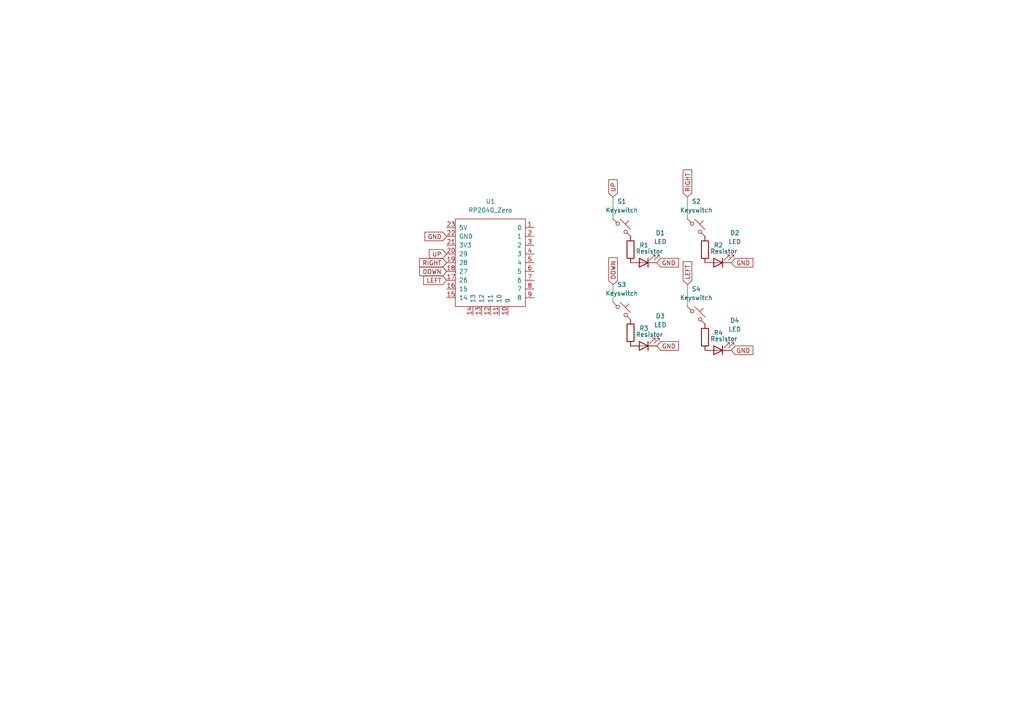
<source format=kicad_sch>
(kicad_sch (version 20231120) (generator "eeschema") (generator_version "8.0")
  (paper "A4")
  (lib_symbols
    (symbol "Device:LED" (pin_numbers hide) (pin_names (offset 1.016) hide)
      (property "Reference" "D" (at 0 2.54 0))
      (property "Value" "LED" (at 0 -2.54 0))
      (symbol "LED_0_1"
        (polyline (pts (xy -1.27 -1.27) (xy -1.27 1.27)) (stroke (width 0.254)))
        (polyline (pts (xy -1.27 0) (xy 1.27 0)))
        (polyline (pts (xy 1.27 -1.27) (xy 1.27 1.27) (xy -1.27 0) (xy 1.27 -1.27)) (stroke (width 0.254)))
        (polyline (pts (xy -3.048 -0.762) (xy -4.572 -2.286) (xy -3.81 -2.286) (xy -4.572 -2.286) (xy -4.572 -1.524)))
        (polyline (pts (xy -1.778 -0.762) (xy -3.302 -2.286) (xy -2.54 -2.286) (xy -3.302 -2.286) (xy -3.302 -1.524)))
      )
      (symbol "LED_1_1"
        (pin passive line (at -3.81 0 0) (length 2.54) (name "K") (number "1"))
        (pin passive line (at 3.81 0 180) (length 2.54) (name "A") (number "2"))
      )
    )
    (symbol "ScottoKeebs:MCU_RP2040_Zero" (pin_names (offset 1.016))
      (property "Reference" "U" (at 0 15.24 0))
      (property "Value" "RP2040_Zero" (at 0 12.7 0))
      (symbol "MCU_RP2040_Zero_0_1"
        (rectangle (start -10.16 11.43) (end 10.16 -13.97))
      )
      (symbol "MCU_RP2040_Zero_1_1"
        (pin bidirectional line (at 12.7 8.89 180) (length 2.54) (name "0") (number "1"))
        (pin bidirectional line (at 5.08 -16.51 90) (length 2.54) (name "9") (number "10"))
        (pin bidirectional line (at 2.54 -16.51 90) (length 2.54) (name "10") (number "11"))
        (pin bidirectional line (at 0 -16.51 90) (length 2.54) (name "11") (number "12"))
        (pin bidirectional line (at -2.54 -16.51 90) (length 2.54) (name "12") (number "13"))
        (pin bidirectional line (at -5.08 -16.51 90) (length 2.54) (name "13") (number "14"))
        (pin bidirectional line (at -12.7 -11.43 0) (length 2.54) (name "14") (number "15"))
        (pin bidirectional line (at -12.7 -8.89 0) (length 2.54) (name "15") (number "16"))
        (pin bidirectional line (at -12.7 -6.35 0) (length 2.54) (name "26") (number "17"))
        (pin bidirectional line (at -12.7 -3.81 0) (length 2.54) (name "27") (number "18"))
        (pin bidirectional line (at -12.7 -1.27 0) (length 2.54) (name "28") (number "19"))
        (pin bidirectional line (at 12.7 6.35 180) (length 2.54) (name "1") (number "2"))
        (pin bidirectional line (at -12.7 1.27 0) (length 2.54) (name "29") (number "20"))
        (pin power_out line (at -12.7 3.81 0) (length 2.54) (name "3V3") (number "21"))
        (pin power_out line (at -12.7 6.35 0) (length 2.54) (name "GND") (number "22"))
        (pin power_out line (at -12.7 8.89 0) (length 2.54) (name "5V") (number "23"))
        (pin bidirectional line (at 12.7 3.81 180) (length 2.54) (name "2") (number "3"))
        (pin bidirectional line (at 12.7 1.27 180) (length 2.54) (name "3") (number "4"))
        (pin bidirectional line (at 12.7 -1.27 180) (length 2.54) (name "4") (number "5"))
        (pin bidirectional line (at 12.7 -3.81 180) (length 2.54) (name "5") (number "6"))
        (pin bidirectional line (at 12.7 -6.35 180) (length 2.54) (name "6") (number "7"))
        (pin bidirectional line (at 12.7 -8.89 180) (length 2.54) (name "7") (number "8"))
        (pin bidirectional line (at 12.7 -11.43 180) (length 2.54) (name "8") (number "9"))
      )
    )
    (symbol "ScottoKeebs:Placeholder_Keyswitch" (pin_numbers hide) (pin_names (offset 1.016) hide)
      (property "Reference" "S" (at 3.048 1.016 0))
      (property "Value" "Keyswitch" (at 0 -3.81 0))
      (symbol "Placeholder_Keyswitch_0_1"
        (circle (center -1.1684 1.1684) (radius 0.508))
        (polyline (pts (xy -0.508 2.54) (xy 2.54 -0.508)))
        (polyline (pts (xy 1.016 1.016) (xy 2.032 2.032)))
        (polyline (pts (xy -2.54 2.54) (xy -1.524 1.524) (xy -1.524 1.524)))
        (polyline (pts (xy 1.524 -1.524) (xy 2.54 -2.54) (xy 2.54 -2.54) (xy 2.54 -2.54)))
        (circle (center 1.143 -1.1938) (radius 0.508))
        (pin passive line (at -2.54 2.54 0) (length 0) (name "1") (number "1"))
        (pin passive line (at 2.54 -2.54 180) (length 0) (name "2") (number "2"))
      )
    )
    (symbol "ScottoKeebs:Placeholder_Resistor" (pin_numbers hide) (pin_names (offset 0))
      (property "Reference" "R" (at 0 2.032 0))
      (property "Value" "Resistor" (at 0 -2.54 0))
      (symbol "Placeholder_Resistor_0_1"
        (rectangle (start 2.54 -1.016) (end -2.54 1.016) (stroke (width 0.254)))
      )
      (symbol "Placeholder_Resistor_1_1"
        (pin passive line (at -3.81 0 0) (length 1.27) (name "~") (number "1"))
        (pin passive line (at 3.81 0 180) (length 1.27) (name "~") (number "2"))
      )
    )
  )
  (wire (pts (xy 199.39 82.55) (xy 199.39 88.9)))
  (wire (pts (xy 199.39 57.15) (xy 199.39 63.5)))
  (wire (pts (xy 177.8 82.55) (xy 177.8 87.63)))
  (wire (pts (xy 177.8 57.15) (xy 177.8 63.5)))
  (global_label "RIGHT" (shape input) (at 199.39 57.15 90) (property "Intersheetrefs" "${INTERSHEET_REFS}" (effects (hide yes))))
  (global_label "LEFT" (shape input) (at 129.54 81.28 180) (property "Intersheetrefs" "${INTERSHEET_REFS}" (effects (hide yes))))
  (global_label "UP" (shape input) (at 129.54 73.66 180) (property "Intersheetrefs" "${INTERSHEET_REFS}" (effects (hide yes))))
  (global_label "GND" (shape input) (at 190.5 100.33 0) (property "Intersheetrefs" "${INTERSHEET_REFS}" (effects (hide yes))))
  (global_label "RIGHT" (shape input) (at 129.54 76.2 180) (property "Intersheetrefs" "${INTERSHEET_REFS}" (effects (hide yes))))
  (global_label "GND" (shape input) (at 212.09 76.2 0) (property "Intersheetrefs" "${INTERSHEET_REFS}" (effects (hide yes))))
  (global_label "GND" (shape input) (at 212.09 101.6 0) (property "Intersheetrefs" "${INTERSHEET_REFS}" (effects (hide yes))))
  (global_label "DOWN" (shape input) (at 177.8 82.55 90) (property "Intersheetrefs" "${INTERSHEET_REFS}" (effects (hide yes))))
  (global_label "DOWN" (shape input) (at 129.54 78.74 180) (property "Intersheetrefs" "${INTERSHEET_REFS}" (effects (hide yes))))
  (global_label "GND" (shape input) (at 129.54 68.58 180) (property "Intersheetrefs" "${INTERSHEET_REFS}" (effects (hide yes))))
  (global_label "GND" (shape input) (at 190.5 76.2 0) (property "Intersheetrefs" "${INTERSHEET_REFS}" (effects (hide yes))))
  (global_label "LEFT" (shape input) (at 199.39 82.55 90) (property "Intersheetrefs" "${INTERSHEET_REFS}" (effects (hide yes))))
  (global_label "UP" (shape input) (at 177.8 57.15 90) (property "Intersheetrefs" "${INTERSHEET_REFS}" (effects (hide yes))))
  (symbol (lib_id "ScottoKeebs:Placeholder_Keyswitch") (at 201.93 66.04 0) (unit 1)
    (property "Reference" "S2" (at 201.93 58.42 0))
    (property "Value" "Keyswitch" (at 201.93 60.96 0))
    (property "Footprint" "ScottoKeebs_Choc:Choc_20x20mm" (effects (hide yes)))
    (property "Description" "Push button switch, normally open, two pins, 45° tilted" (effects (hide yes)))
  )
  (symbol (lib_id "ScottoKeebs:Placeholder_Keyswitch") (at 180.34 90.17 0) (unit 1)
    (property "Reference" "S3" (at 180.34 82.55 0))
    (property "Value" "Keyswitch" (at 180.34 85.09 0))
    (property "Footprint" "ScottoKeebs_Choc:Choc_20x20mm" (effects (hide yes)))
    (property "Description" "Push button switch, normally open, two pins, 45° tilted" (effects (hide yes)))
  )
  (symbol (lib_id "ScottoKeebs:Placeholder_Resistor") (at 182.88 96.52 90) (unit 1)
    (property "Reference" "R3" (at 185.42 95.2499 90) (effects (justify right)))
    (property "Value" "Resistor" (at 184.404 97.028 90) (effects (justify right)))
    (property "Footprint" "Resistor_THT:R_Axial_DIN0207_L6.3mm_D2.5mm_P10.16mm_Horizontal" (effects (hide yes)))
    (property "Description" "Resistor" (effects (hide yes)))
  )
  (symbol (lib_id "Device:LED") (at 208.28 76.2 180) (unit 1)
    (property "Reference" "D2" (at 213.106 67.564 0))
    (property "Value" "LED" (at 213.106 70.104 0))
    (property "Footprint" "LED_THT:LED_D1.8mm_W1.8mm_H2.4mm_Horizontal_O1.27mm_Z1.6mm" (effects (hide yes)))
    (property "Description" "Light emitting diode" (effects (hide yes)))
  )
  (symbol (lib_id "ScottoKeebs:Placeholder_Resistor") (at 182.88 72.39 90) (unit 1)
    (property "Reference" "R1" (at 185.42 71.1199 90) (effects (justify right)))
    (property "Value" "Resistor" (at 184.404 72.898 90) (effects (justify right)))
    (property "Footprint" "Resistor_THT:R_Axial_DIN0207_L6.3mm_D2.5mm_P10.16mm_Horizontal" (effects (hide yes)))
    (property "Description" "Resistor" (effects (hide yes)))
  )
  (symbol (lib_id "ScottoKeebs:Placeholder_Resistor") (at 204.47 72.39 90) (unit 1)
    (property "Reference" "R2" (at 207.01 71.1199 90) (effects (justify right)))
    (property "Value" "Resistor" (at 205.994 72.898 90) (effects (justify right)))
    (property "Footprint" "Resistor_THT:R_Axial_DIN0207_L6.3mm_D2.5mm_P10.16mm_Horizontal" (effects (hide yes)))
    (property "Description" "Resistor" (effects (hide yes)))
  )
  (symbol (lib_id "ScottoKeebs:MCU_RP2040_Zero") (at 142.24 74.93 0) (unit 1)
    (property "Reference" "U1" (at 142.24 58.42 0))
    (property "Value" "RP2040_Zero" (at 142.24 60.96 0))
    (property "Footprint" "ScottoKeebs_MCU:RP2040_Zero" (effects (hide yes)))
  )
  (symbol (lib_id "Device:LED") (at 208.28 101.6 180) (unit 1)
    (property "Reference" "D4" (at 213.106 92.964 0))
    (property "Value" "LED" (at 213.106 95.504 0))
    (property "Footprint" "LED_THT:LED_D1.8mm_W1.8mm_H2.4mm_Horizontal_O1.27mm_Z1.6mm" (effects (hide yes)))
    (property "Description" "Light emitting diode" (effects (hide yes)))
  )
  (symbol (lib_id "Device:LED") (at 186.69 100.33 180) (unit 1)
    (property "Reference" "D3" (at 191.516 91.694 0))
    (property "Value" "LED" (at 191.516 94.234 0))
    (property "Footprint" "LED_THT:LED_D1.8mm_W1.8mm_H2.4mm_Horizontal_O1.27mm_Z1.6mm" (effects (hide yes)))
    (property "Description" "Light emitting diode" (effects (hide yes)))
  )
  (symbol (lib_id "Device:LED") (at 186.69 76.2 180) (unit 1)
    (property "Reference" "D1" (at 191.516 67.564 0))
    (property "Value" "LED" (at 191.516 70.104 0))
    (property "Footprint" "LED_THT:LED_D1.8mm_W1.8mm_H2.4mm_Horizontal_O1.27mm_Z1.6mm" (effects (hide yes)))
    (property "Description" "Light emitting diode" (effects (hide yes)))
  )
  (symbol (lib_id "ScottoKeebs:Placeholder_Keyswitch") (at 180.34 66.04 0) (unit 1)
    (property "Reference" "S1" (at 180.34 58.42 0))
    (property "Value" "Keyswitch" (at 180.34 60.96 0))
    (property "Footprint" "ScottoKeebs_Choc:Choc_20x20mm" (effects (hide yes)))
    (property "Description" "Push button switch, normally open, two pins, 45° tilted" (effects (hide yes)))
  )
  (symbol (lib_id "ScottoKeebs:Placeholder_Resistor") (at 204.47 97.79 90) (unit 1)
    (property "Reference" "R4" (at 207.01 96.5199 90) (effects (justify right)))
    (property "Value" "Resistor" (at 205.994 98.298 90) (effects (justify right)))
    (property "Footprint" "Resistor_THT:R_Axial_DIN0207_L6.3mm_D2.5mm_P10.16mm_Horizontal" (effects (hide yes)))
    (property "Description" "Resistor" (effects (hide yes)))
  )
  (symbol (lib_id "ScottoKeebs:Placeholder_Keyswitch") (at 201.93 91.44 0) (unit 1)
    (property "Reference" "S4" (at 201.93 83.82 0))
    (property "Value" "Keyswitch" (at 201.93 86.36 0))
    (property "Footprint" "ScottoKeebs_Choc:Choc_20x20mm" (effects (hide yes)))
    (property "Description" "Push button switch, normally open, two pins, 45° tilted" (effects (hide yes)))
  )
)
</source>
